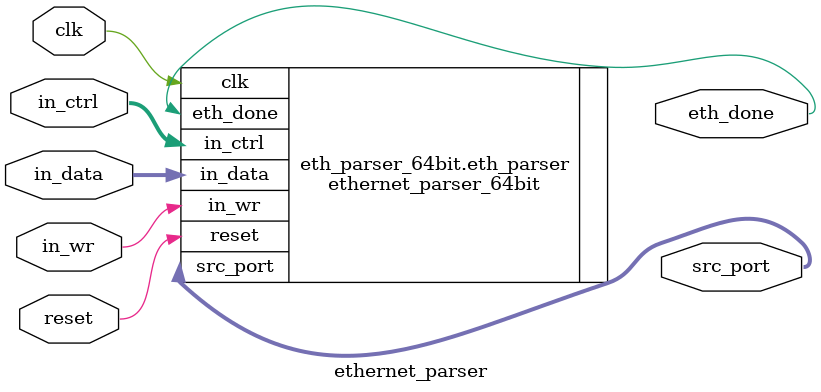
<source format=v>
`timescale 1ns/1ps
  module ethernet_parser
    #(parameter DATA_WIDTH = 64,
      parameter CTRL_WIDTH=DATA_WIDTH/8,
      parameter NUM_IQ_BITS = 3,
      parameter INPUT_ARBITER_STAGE_NUM = 2
      )
   (// --- Interface to the previous stage
    input  [DATA_WIDTH-1:0]            in_data,
    input  [CTRL_WIDTH-1:0]            in_ctrl,
    input                              in_wr,

    // --- Interface to output_port_lookup
  
    output                             eth_done,
    output [NUM_IQ_BITS-1:0]           src_port,

    // --- Misc
    
    input                              reset,
    input                              clk
   );

   generate
   genvar i;
   if(DATA_WIDTH==64) begin: eth_parser_64bit
      ethernet_parser_64bit
	#(
	  .NUM_IQ_BITS(NUM_IQ_BITS),
	  .INPUT_ARBITER_STAGE_NUM(INPUT_ARBITER_STAGE_NUM))
         eth_parser
	   (.in_data(in_data),
	    .in_ctrl(in_ctrl),
	    .in_wr(in_wr),
	    .eth_done (eth_done),
	    .src_port(src_port),
	    .reset(reset),
	    .clk(clk));
   end // block: eth_parser_64bit
   else if(DATA_WIDTH==32) begin: eth_parser_32bit
      ethernet_parser_32bit
	#(
	  .NUM_IQ_BITS(NUM_IQ_BITS),
	  .INPUT_ARBITER_STAGE_NUM(INPUT_ARBITER_STAGE_NUM))
         eth_parser
	   (.in_data(in_data),
	    .in_ctrl(in_ctrl),
	    .in_wr(in_wr),
	    .dst_mac (dst_mac),
	    .src_mac(src_mac),
	    .ethertype (ethertype),
	    .eth_done (eth_done),
	    .src_port(src_port),
	    .reset(reset),
	    .clk(clk));
   end // block: eth_parser_32bit
   endgenerate
   
      

endmodule // ethernet_parser_64bit

</source>
